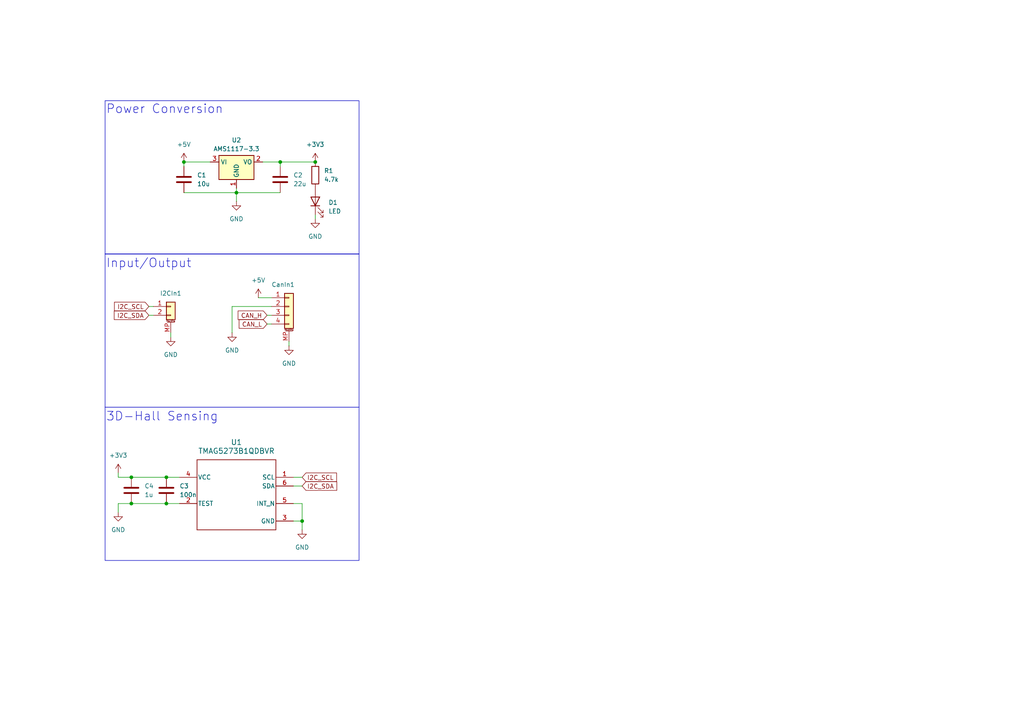
<source format=kicad_sch>
(kicad_sch (version 20231120) (generator "eeschema") (generator_version "8.0")
  (paper "A4")
  (lib_symbols
    (symbol "Connector_Generic_MountingPin:Conn_01x02_MountingPin" (pin_names (offset 1.016) hide)
      (property "Reference" "J" (at 0 2.54 0))
      (property "Value" "Conn_01x02_MountingPin" (at 1.27 -5.08 0))
      (symbol "Conn_01x02_MountingPin_1_1"
        (rectangle (start -1.27 -2.413) (end 0 -2.667) (stroke (width 0.1524)))
        (rectangle (start -1.27 0.127) (end 0 -0.127) (stroke (width 0.1524)))
        (rectangle (start -1.27 1.27) (end 1.27 -3.81) (stroke (width 0.254)) (fill (type background)))
        (polyline (pts (xy -1.016 -4.572) (xy 1.016 -4.572)) (stroke (width 0.1524)))
        (text "Mounting" (at 0 -4.191 0) (effects (font (size 0.381 0.381))))
        (pin passive line (at -5.08 0 0) (length 3.81) (name "Pin_1") (number "1"))
        (pin passive line (at -5.08 -2.54 0) (length 3.81) (name "Pin_2") (number "2"))
        (pin passive line (at 0 -7.62 90) (length 3.048) (name "MountPin") (number "MP"))
      )
    )
    (symbol "Connector_Generic_MountingPin:Conn_01x04_MountingPin" (pin_names (offset 1.016) hide)
      (property "Reference" "J" (at 0 5.08 0))
      (property "Value" "Conn_01x04_MountingPin" (at 1.27 -7.62 0))
      (symbol "Conn_01x04_MountingPin_1_1"
        (rectangle (start -1.27 -4.953) (end 0 -5.207) (stroke (width 0.1524)))
        (rectangle (start -1.27 -2.413) (end 0 -2.667) (stroke (width 0.1524)))
        (rectangle (start -1.27 0.127) (end 0 -0.127) (stroke (width 0.1524)))
        (rectangle (start -1.27 2.667) (end 0 2.413) (stroke (width 0.1524)))
        (rectangle (start -1.27 3.81) (end 1.27 -6.35) (stroke (width 0.254)) (fill (type background)))
        (polyline (pts (xy -1.016 -7.112) (xy 1.016 -7.112)) (stroke (width 0.1524)))
        (text "Mounting" (at 0 -6.731 0) (effects (font (size 0.381 0.381))))
        (pin passive line (at -5.08 2.54 0) (length 3.81) (name "Pin_1") (number "1"))
        (pin passive line (at -5.08 0 0) (length 3.81) (name "Pin_2") (number "2"))
        (pin passive line (at -5.08 -2.54 0) (length 3.81) (name "Pin_3") (number "3"))
        (pin passive line (at -5.08 -5.08 0) (length 3.81) (name "Pin_4") (number "4"))
        (pin passive line (at 0 -10.16 90) (length 3.048) (name "MountPin") (number "MP"))
      )
    )
    (symbol "Device:C" (pin_numbers hide) (pin_names (offset 0.254))
      (property "Reference" "C" (at 0.635 2.54 0))
      (property "Value" "C" (at 0.635 -2.54 0))
      (symbol "C_0_1"
        (polyline (pts (xy -2.032 -0.762) (xy 2.032 -0.762)) (stroke (width 0.508)))
        (polyline (pts (xy -2.032 0.762) (xy 2.032 0.762)) (stroke (width 0.508)))
      )
      (symbol "C_1_1"
        (pin passive line (at 0 3.81 270) (length 2.794) (name "~") (number "1"))
        (pin passive line (at 0 -3.81 90) (length 2.794) (name "~") (number "2"))
      )
    )
    (symbol "Device:LED" (pin_numbers hide) (pin_names (offset 1.016) hide)
      (property "Reference" "D" (at 0 2.54 0))
      (property "Value" "LED" (at 0 -2.54 0))
      (symbol "LED_0_1"
        (polyline (pts (xy -1.27 -1.27) (xy -1.27 1.27)) (stroke (width 0.254)))
        (polyline (pts (xy -1.27 0) (xy 1.27 0)))
        (polyline (pts (xy 1.27 -1.27) (xy 1.27 1.27) (xy -1.27 0) (xy 1.27 -1.27)) (stroke (width 0.254)))
        (polyline (pts (xy -3.048 -0.762) (xy -4.572 -2.286) (xy -3.81 -2.286) (xy -4.572 -2.286) (xy -4.572 -1.524)))
        (polyline (pts (xy -1.778 -0.762) (xy -3.302 -2.286) (xy -2.54 -2.286) (xy -3.302 -2.286) (xy -3.302 -1.524)))
      )
      (symbol "LED_1_1"
        (pin passive line (at -3.81 0 0) (length 2.54) (name "K") (number "1"))
        (pin passive line (at 3.81 0 180) (length 2.54) (name "A") (number "2"))
      )
    )
    (symbol "Device:R" (pin_numbers hide) (pin_names (offset 0))
      (property "Reference" "R" (at 2.032 0 90))
      (property "Value" "R" (at 0 0 90))
      (symbol "R_0_1"
        (rectangle (start -1.016 -2.54) (end 1.016 2.54) (stroke (width 0.254)))
      )
      (symbol "R_1_1"
        (pin passive line (at 0 3.81 270) (length 1.27) (name "~") (number "1"))
        (pin passive line (at 0 -3.81 90) (length 1.27) (name "~") (number "2"))
      )
    )
    (symbol "Regulator_Linear:AMS1117-3.3"
      (property "Reference" "U" (at -3.81 3.175 0))
      (property "Value" "AMS1117-3.3" (at 0 3.175 0))
      (symbol "AMS1117-3.3_0_1"
        (rectangle (start -5.08 -5.08) (end 5.08 1.905) (stroke (width 0.254)) (fill (type background)))
      )
      (symbol "AMS1117-3.3_1_1"
        (pin power_in line (at 0 -7.62 90) (length 2.54) (name "GND") (number "1"))
        (pin power_out line (at 7.62 0 180) (length 2.54) (name "VO") (number "2"))
        (pin power_in line (at -7.62 0 0) (length 2.54) (name "VI") (number "3"))
      )
    )
    (symbol "TMAG5273:TMAG5273B1QDBVR" (pin_names (offset 0.254))
      (property "Reference" "U" (at 0 2.54 0))
      (property "Value" "TMAG5273B1QDBVR" (at 0 0 0))
      (symbol "TMAG5273B1QDBVR_0_1"
        (polyline (pts (xy 5.08 -15.24) (xy 27.94 -15.24)) (stroke (width 0.2032)))
        (polyline (pts (xy 5.08 5.08) (xy 5.08 -15.24)) (stroke (width 0.2032)))
        (polyline (pts (xy 27.94 -15.24) (xy 27.94 5.08)) (stroke (width 0.2032)))
        (polyline (pts (xy 27.94 5.08) (xy 5.08 5.08)) (stroke (width 0.2032)))
        (pin input line (at 33.02 0 180) (length 5.08) (name "SCL") (number "1"))
        (pin input line (at 0 -7.62 0) (length 5.08) (name "TEST") (number "2"))
        (pin power_in line (at 33.02 -12.7 180) (length 5.08) (name "GND") (number "3"))
        (pin power_in line (at 0 0 0) (length 5.08) (name "VCC") (number "4"))
        (pin output line (at 33.02 -7.62 180) (length 5.08) (name "INT_N") (number "5"))
        (pin bidirectional line (at 33.02 -2.54 180) (length 5.08) (name "SDA") (number "6"))
      )
    )
    (symbol "power:+3V3" (power) (pin_numbers hide) (pin_names (offset 0) hide)
      (property "Value" "+3V3" (at 0 3.556 0))
      (symbol "+3V3_0_1"
        (polyline (pts (xy -0.762 1.27) (xy 0 2.54)))
        (polyline (pts (xy 0 0) (xy 0 2.54)))
        (polyline (pts (xy 0 2.54) (xy 0.762 1.27)))
      )
      (symbol "+3V3_1_1"
        (pin power_in line (at 0 0 90) (length 0) (name "~") (number "1"))
      )
    )
    (symbol "power:+5V" (power) (pin_numbers hide) (pin_names (offset 0) hide)
      (property "Value" "+5V" (at 0 3.556 0))
      (symbol "+5V_0_1"
        (polyline (pts (xy -0.762 1.27) (xy 0 2.54)))
        (polyline (pts (xy 0 0) (xy 0 2.54)))
        (polyline (pts (xy 0 2.54) (xy 0.762 1.27)))
      )
      (symbol "+5V_1_1"
        (pin power_in line (at 0 0 90) (length 0) (name "~") (number "1"))
      )
    )
    (symbol "power:GND" (power) (pin_numbers hide) (pin_names (offset 0) hide)
      (property "Value" "GND" (at 0 -3.81 0))
      (symbol "GND_0_1"
        (polyline (pts (xy 0 0) (xy 0 -1.27) (xy 1.27 -1.27) (xy 0 -2.54) (xy -1.27 -1.27) (xy 0 -1.27)))
      )
      (symbol "GND_1_1"
        (pin power_in line (at 0 0 270) (length 0) (name "~") (number "1"))
      )
    )
  )
  (junction (at 48.26 138.43))
  (junction (at 91.44 46.99))
  (junction (at 68.58 55.88))
  (junction (at 87.63 151.13))
  (junction (at 53.34 46.99))
  (junction (at 38.1 138.43))
  (junction (at 38.1 146.05))
  (junction (at 81.28 46.99))
  (junction (at 48.26 146.05))
  (wire (pts (xy 38.1 146.05) (xy 34.29 146.05)))
  (wire (pts (xy 87.63 151.13) (xy 87.63 153.67)))
  (wire (pts (xy 67.31 96.52) (xy 67.31 88.9)))
  (wire (pts (xy 34.29 137.16) (xy 34.29 138.43)))
  (wire (pts (xy 48.26 138.43) (xy 52.07 138.43)))
  (wire (pts (xy 60.96 46.99) (xy 53.34 46.99)))
  (wire (pts (xy 85.09 146.05) (xy 87.63 146.05)))
  (wire (pts (xy 68.58 55.88) (xy 68.58 54.61)))
  (wire (pts (xy 52.07 146.05) (xy 48.26 146.05)))
  (wire (pts (xy 87.63 140.97) (xy 85.09 140.97)))
  (wire (pts (xy 81.28 46.99) (xy 81.28 48.26)))
  (wire (pts (xy 85.09 151.13) (xy 87.63 151.13)))
  (wire (pts (xy 38.1 138.43) (xy 48.26 138.43)))
  (wire (pts (xy 67.31 88.9) (xy 78.74 88.9)))
  (wire (pts (xy 53.34 46.99) (xy 53.34 48.26)))
  (wire (pts (xy 68.58 55.88) (xy 81.28 55.88)))
  (wire (pts (xy 34.29 138.43) (xy 38.1 138.43)))
  (wire (pts (xy 48.26 146.05) (xy 38.1 146.05)))
  (wire (pts (xy 91.44 62.23) (xy 91.44 63.5)))
  (wire (pts (xy 43.18 91.44) (xy 44.45 91.44)))
  (wire (pts (xy 74.93 86.36) (xy 78.74 86.36)))
  (wire (pts (xy 68.58 58.42) (xy 68.58 55.88)))
  (wire (pts (xy 81.28 46.99) (xy 76.2 46.99)))
  (wire (pts (xy 43.18 88.9) (xy 44.45 88.9)))
  (wire (pts (xy 81.28 46.99) (xy 91.44 46.99)))
  (wire (pts (xy 83.82 100.33) (xy 83.82 99.06)))
  (wire (pts (xy 87.63 138.43) (xy 85.09 138.43)))
  (wire (pts (xy 49.53 96.52) (xy 49.53 97.79)))
  (wire (pts (xy 77.47 93.98) (xy 78.74 93.98)))
  (wire (pts (xy 87.63 146.05) (xy 87.63 151.13)))
  (wire (pts (xy 53.34 55.88) (xy 68.58 55.88)))
  (wire (pts (xy 34.29 146.05) (xy 34.29 148.59)))
  (wire (pts (xy 77.47 91.44) (xy 78.74 91.44)))
  (rectangle (start 30.48 29.21) (end 104.14 73.66))
  (rectangle (start 30.48 73.66) (end 104.14 118.11))
  (rectangle (start 30.48 118.11) (end 104.14 162.56))
  (text "Input/Output" (at 30.734 76.454 0) (effects (font (size 2.54 2.54)) (justify left)))
  (text "Power Conversion" (at 30.734 31.75 0) (effects (font (size 2.54 2.54)) (justify left)))
  (text "3D-Hall Sensing" (at 30.734 120.904 0) (effects (font (size 2.54 2.54)) (justify left)))
  (global_label "CAN_H" (shape input) (at 77.47 91.44 180) (property "Intersheetrefs" "${INTERSHEET_REFS}" (effects (hide yes))))
  (global_label "I2C_SDA" (shape input) (at 87.63 140.97 0) (property "Intersheetrefs" "${INTERSHEET_REFS}" (effects (hide yes))))
  (global_label "CAN_L" (shape input) (at 77.47 93.98 180) (property "Intersheetrefs" "${INTERSHEET_REFS}" (effects (hide yes))))
  (global_label "I2C_SDA" (shape input) (at 43.18 91.44 180) (property "Intersheetrefs" "${INTERSHEET_REFS}" (effects (hide yes))))
  (global_label "I2C_SCL" (shape input) (at 87.63 138.43 0) (property "Intersheetrefs" "${INTERSHEET_REFS}" (effects (hide yes))))
  (global_label "I2C_SCL" (shape input) (at 43.18 88.9 180) (property "Intersheetrefs" "${INTERSHEET_REFS}" (effects (hide yes))))
  (symbol (lib_id "power:+5V") (at 74.93 86.36 0) (mirror y) (unit 1)
    (property "Reference" "#PWR07" (effects (hide yes)))
    (property "Value" "+5V" (at 74.93 81.28 0))
    (property "Description" "Power symbol creates a global label with name \"+5V\"" (effects (hide yes)))
  )
  (symbol (lib_id "power:GND") (at 34.29 148.59 0) (unit 1)
    (property "Reference" "#PWR09" (effects (hide yes)))
    (property "Value" "GND" (at 34.29 153.67 0))
    (property "Description" "Power symbol creates a global label with name \"GND\" , ground" (effects (hide yes)))
  )
  (symbol (lib_id "power:GND") (at 87.63 153.67 0) (unit 1)
    (property "Reference" "#PWR010" (effects (hide yes)))
    (property "Value" "GND" (at 87.63 158.75 0))
    (property "Description" "Power symbol creates a global label with name \"GND\" , ground" (effects (hide yes)))
  )
  (symbol (lib_id "power:+5V") (at 53.34 46.99 0) (unit 1)
    (property "Reference" "#PWR01" (effects (hide yes)))
    (property "Value" "+5V" (at 53.34 41.91 0))
    (property "Description" "Power symbol creates a global label with name \"+5V\"" (effects (hide yes)))
  )
  (symbol (lib_id "power:+3V3") (at 34.29 137.16 0) (unit 1)
    (property "Reference" "#PWR011" (effects (hide yes)))
    (property "Value" "+3V3" (at 34.29 132.08 0))
    (property "Description" "Power symbol creates a global label with name \"+3V3\"" (effects (hide yes)))
  )
  (symbol (lib_id "Device:LED") (at 91.44 58.42 90) (unit 1)
    (property "Reference" "D1" (at 95.25 58.7374 90) (effects (justify right)))
    (property "Value" "LED" (at 95.25 61.2774 90) (effects (justify right)))
    (property "Footprint" "LED_SMD:LED_0603_1608Metric_Pad1.05x0.95mm_HandSolder" (effects (hide yes)))
    (property "Description" "Light emitting diode" (effects (hide yes)))
  )
  (symbol (lib_id "Device:R") (at 91.44 50.8 0) (unit 1)
    (property "Reference" "R1" (at 93.98 49.5299 0) (effects (justify left)))
    (property "Value" "4.7k" (at 93.98 52.0699 0) (effects (justify left)))
    (property "Footprint" "Resistor_SMD:R_0603_1608Metric_Pad0.98x0.95mm_HandSolder" (effects (hide yes)))
    (property "Description" "Resistor" (effects (hide yes)))
  )
  (symbol (lib_id "power:GND") (at 67.31 96.52 0) (mirror y) (unit 1)
    (property "Reference" "#PWR08" (effects (hide yes)))
    (property "Value" "GND" (at 67.31 101.6 0))
    (property "Description" "Power symbol creates a global label with name \"GND\" , ground" (effects (hide yes)))
  )
  (symbol (lib_id "Device:C") (at 53.34 52.07 0) (unit 1)
    (property "Reference" "C1" (at 57.15 50.7999 0) (effects (justify left)))
    (property "Value" "10u" (at 57.15 53.3399 0) (effects (justify left)))
    (property "Footprint" "Capacitor_SMD:C_0603_1608Metric_Pad1.08x0.95mm_HandSolder" (effects (hide yes)))
    (property "Description" "Unpolarized capacitor" (effects (hide yes)))
  )
  (symbol (lib_id "Connector_Generic_MountingPin:Conn_01x02_MountingPin") (at 49.53 88.9 0) (unit 1)
    (property "Reference" "I2CIn1" (at 49.53 85.09 0))
    (property "Value" "Conn_01x02_MountingPin" (effects (hide yes)))
    (property "Footprint" "Connector_JST:JST_PH_S2B-PH-SM4-TB_1x02-1MP_P2.00mm_Horizontal" (effects (hide yes)))
    (property "Description" "Generic connectable mounting pin connector, single row, 01x02, script generated (kicad-library-utils/schlib/autogen/connector/)" (effects (hide yes)))
  )
  (symbol (lib_id "power:GND") (at 49.53 97.79 0) (unit 1)
    (property "Reference" "#PWR05" (effects (hide yes)))
    (property "Value" "GND" (at 49.53 102.87 0))
    (property "Description" "Power symbol creates a global label with name \"GND\" , ground" (effects (hide yes)))
  )
  (symbol (lib_id "power:GND") (at 91.44 63.5 0) (unit 1)
    (property "Reference" "#PWR04" (effects (hide yes)))
    (property "Value" "GND" (at 91.44 68.58 0))
    (property "Description" "Power symbol creates a global label with name \"GND\" , ground" (effects (hide yes)))
  )
  (symbol (lib_id "Device:C") (at 48.26 142.24 0) (unit 1)
    (property "Reference" "C3" (at 52.07 140.9699 0) (effects (justify left)))
    (property "Value" "100n" (at 52.07 143.5099 0) (effects (justify left)))
    (property "Footprint" "Capacitor_SMD:C_0603_1608Metric_Pad1.08x0.95mm_HandSolder" (effects (hide yes)))
    (property "Description" "Unpolarized capacitor" (effects (hide yes)))
  )
  (symbol (lib_id "power:GND") (at 68.58 58.42 0) (unit 1)
    (property "Reference" "#PWR02" (effects (hide yes)))
    (property "Value" "GND" (at 68.58 63.5 0))
    (property "Description" "Power symbol creates a global label with name \"GND\" , ground" (effects (hide yes)))
  )
  (symbol (lib_id "power:+3V3") (at 91.44 46.99 0) (unit 1)
    (property "Reference" "#PWR03" (effects (hide yes)))
    (property "Value" "+3V3" (at 91.44 41.91 0))
    (property "Description" "Power symbol creates a global label with name \"+3V3\"" (effects (hide yes)))
  )
  (symbol (lib_id "Connector_Generic_MountingPin:Conn_01x04_MountingPin") (at 83.82 88.9 0) (unit 1)
    (property "Reference" "CanIn1" (at 78.74 82.55 0) (effects (justify left)))
    (property "Value" "Conn_01x04_MountingPin" (effects (hide yes)))
    (property "Footprint" "Connector_JST:JST_PH_S4B-PH-SM4-TB_1x04-1MP_P2.00mm_Horizontal" (effects (hide yes)))
    (property "Description" "Generic connectable mounting pin connector, single row, 01x04, script generated (kicad-library-utils/schlib/autogen/connector/)" (effects (hide yes)))
  )
  (symbol (lib_id "power:GND") (at 83.82 100.33 0) (unit 1)
    (property "Reference" "#PWR06" (effects (hide yes)))
    (property "Value" "GND" (at 83.82 105.41 0))
    (property "Description" "Power symbol creates a global label with name \"GND\" , ground" (effects (hide yes)))
  )
  (symbol (lib_id "Device:C") (at 81.28 52.07 0) (unit 1)
    (property "Reference" "C2" (at 85.09 50.7999 0) (effects (justify left)))
    (property "Value" "22u" (at 85.09 53.3399 0) (effects (justify left)))
    (property "Footprint" "Capacitor_SMD:C_0603_1608Metric_Pad1.08x0.95mm_HandSolder" (effects (hide yes)))
    (property "Description" "Unpolarized capacitor" (effects (hide yes)))
  )
  (symbol (lib_id "Device:C") (at 38.1 142.24 0) (unit 1)
    (property "Reference" "C4" (at 41.91 140.9699 0) (effects (justify left)))
    (property "Value" "1u" (at 41.91 143.5099 0) (effects (justify left)))
    (property "Footprint" "Capacitor_SMD:C_0603_1608Metric_Pad1.08x0.95mm_HandSolder" (effects (hide yes)))
    (property "Description" "Unpolarized capacitor" (effects (hide yes)))
  )
  (symbol (lib_id "Regulator_Linear:AMS1117-3.3") (at 68.58 46.99 0) (unit 1)
    (property "Reference" "U2" (at 68.58 40.64 0))
    (property "Value" "AMS1117-3.3" (at 68.58 43.18 0))
    (property "Footprint" "Package_TO_SOT_SMD:SOT-223-3_TabPin2" (effects (hide yes)))
    (property "Datasheet" "http://www.advanced-monolithic.com/pdf/ds1117.pdf" (effects (hide yes)))
    (property "Description" "1A Low Dropout regulator, positive, 3.3V fixed output, SOT-223" (effects (hide yes)))
  )
  (symbol (lib_id "TMAG5273:TMAG5273B1QDBVR") (at 52.07 138.43 0) (unit 1)
    (property "Reference" "U1" (at 68.58 128.27 0) (effects (font (size 1.524 1.524))))
    (property "Value" "TMAG5273B1QDBVR" (at 68.58 130.81 0) (effects (font (size 1.524 1.524))))
    (property "Footprint" "DBV0006A-IPC_A" (effects (hide yes)))
    (property "Datasheet" "TMAG5273B1QDBVR" (effects (hide yes)))
  )
)
</source>
